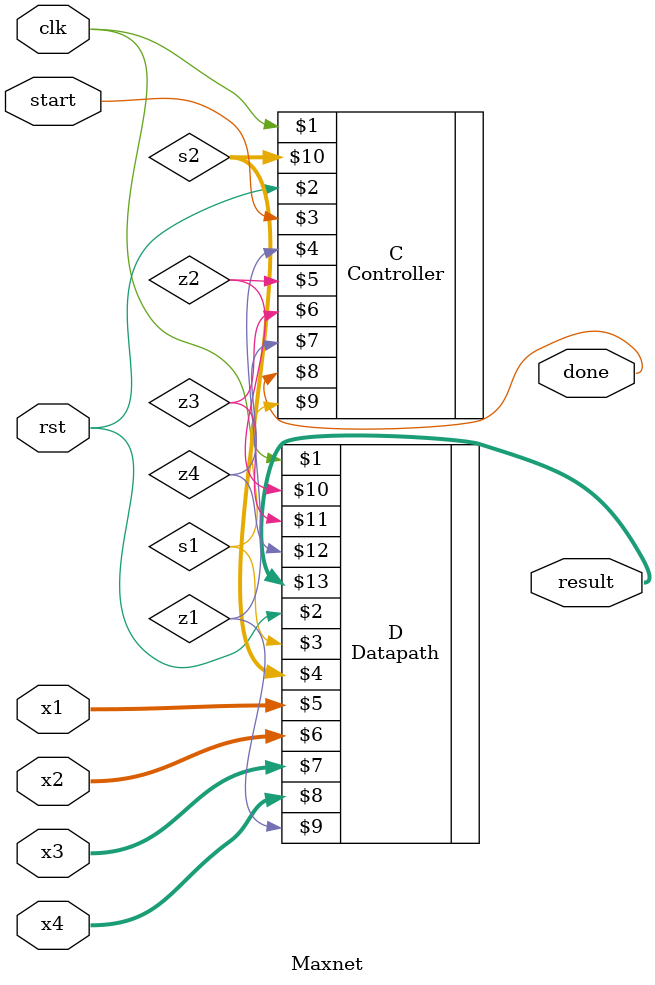
<source format=v>
module Maxnet (input clk, rst, start, input [31:0] x1, x2, x3, x4, output done, output [31:0] result);
    wire s1, z1, z2, z3, z4;
    wire [1:0] s2;

    Datapath D (clk, rst, s1, s2, x1, x2, x3, x4, z1, z2, z3, z4, result);
    Controller C (clk, rst, start, z1, z2, z3, z4, done, s1, s2);
endmodule
</source>
